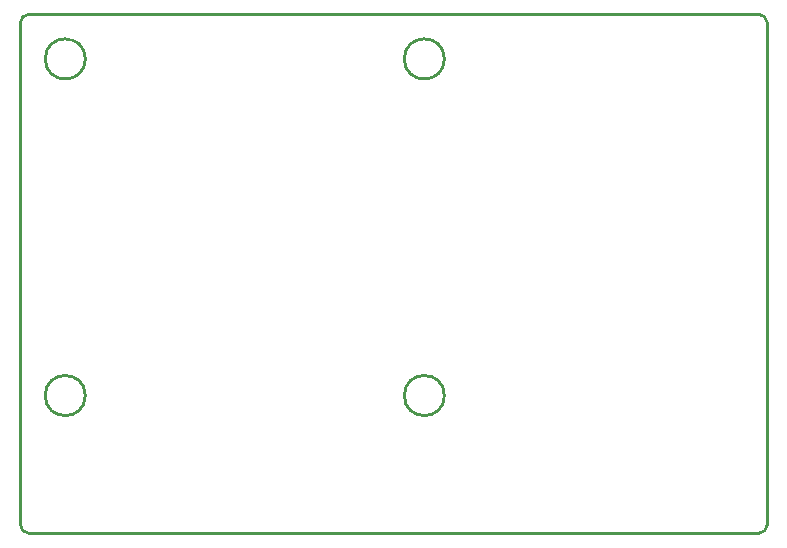
<source format=gko>
G04 Layer: BoardOutline*
G04 EasyEDA v6.3.53, 2020-06-18T10:34:05+08:00*
G04 fc4558d4a1fd407c996c982f62b69df0,fed530592efb474aaabf7115e2e2b964,10*
G04 Gerber Generator version 0.2*
G04 Scale: 100 percent, Rotated: No, Reflected: No *
G04 Dimensions in millimeters *
G04 leading zeros omitted , absolute positions ,3 integer and 3 decimal *
%FSLAX33Y33*%
%MOMM*%
G90*
G71D02*

%ADD10C,0.254000*%
G54D10*
G01X63247Y2254D02*
G01X63247Y754D01*
G01X0Y754D02*
G01X0Y2254D01*
G01X62493Y0D02*
G01X754Y0D01*
G01X63247Y43215D02*
G01X63247Y2254D01*
G01X754Y43969D02*
G01X62493Y43969D01*
G01X0Y2254D02*
G01X0Y42978D01*
G01X0Y43215D02*
G01X0Y42978D01*
G75*
G01X755Y43969D02*
G03X0Y43215I0J-754D01*
G01*
G75*
G01X62493Y0D02*
G03X63248Y755I0J755D01*
G01*
G75*
G01X63247Y43215D02*
G03X62493Y43970I-754J0D01*
G01*
G75*
G01X0Y754D02*
G03X754Y0I754J0D01*
G01*
G75*
G01X35910Y11675D02*
G03X35910Y11675I-1700J0D01*
G01*
G75*
G01X5510Y11675D02*
G03X5510Y11675I-1700J0D01*
G01*
G75*
G01X35910Y40175D02*
G03X35910Y40175I-1700J0D01*
G01*
G75*
G01X5510Y40175D02*
G03X5510Y40175I-1700J0D01*
G01*

%LPD*%
M00*
M02*

</source>
